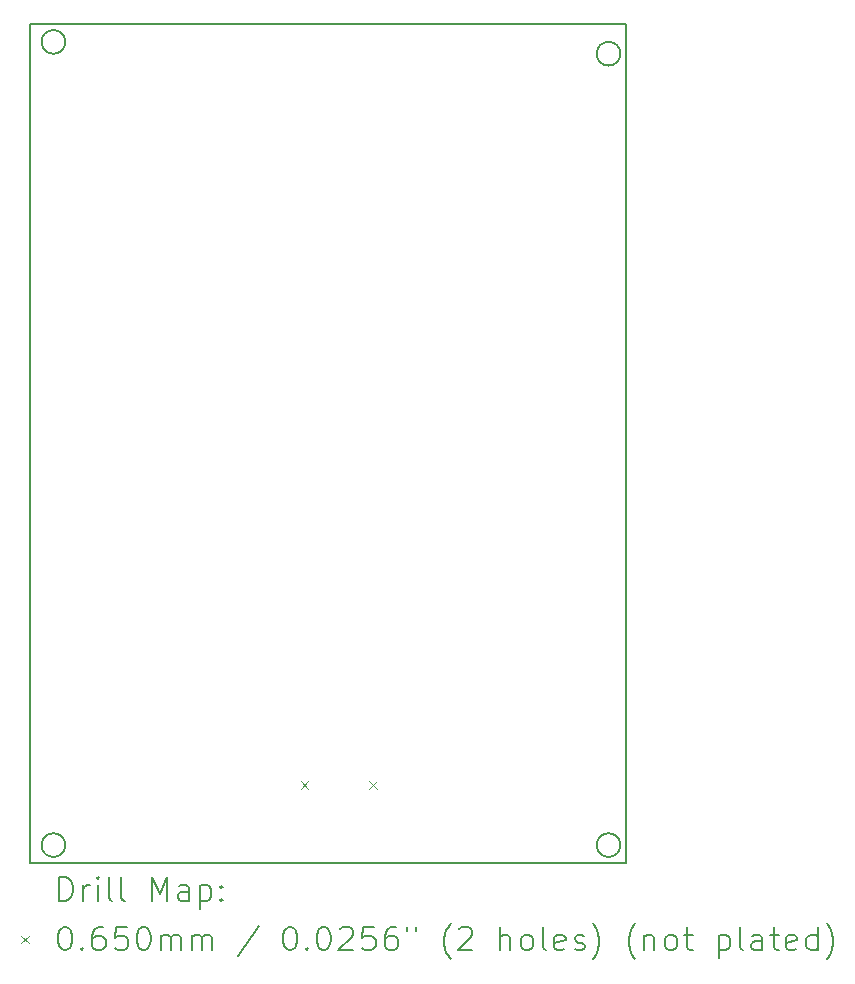
<source format=gbr>
%TF.GenerationSoftware,KiCad,Pcbnew,9.0.3*%
%TF.CreationDate,2025-12-18T02:01:30-05:00*%
%TF.ProjectId,Experimental,45787065-7269-46d6-956e-74616c2e6b69,rev?*%
%TF.SameCoordinates,Original*%
%TF.FileFunction,Drillmap*%
%TF.FilePolarity,Positive*%
%FSLAX45Y45*%
G04 Gerber Fmt 4.5, Leading zero omitted, Abs format (unit mm)*
G04 Created by KiCad (PCBNEW 9.0.3) date 2025-12-18 02:01:30*
%MOMM*%
%LPD*%
G01*
G04 APERTURE LIST*
%ADD10C,0.200000*%
%ADD11C,0.100000*%
G04 APERTURE END LIST*
D10*
X10000000Y-5000000D02*
X15050000Y-5000000D01*
X15050000Y-12100000D01*
X10000000Y-12100000D01*
X10000000Y-5000000D01*
X15000000Y-11950000D02*
G75*
G02*
X14800000Y-11950000I-100000J0D01*
G01*
X14800000Y-11950000D02*
G75*
G02*
X15000000Y-11950000I100000J0D01*
G01*
X10300000Y-11950000D02*
G75*
G02*
X10100000Y-11950000I-100000J0D01*
G01*
X10100000Y-11950000D02*
G75*
G02*
X10300000Y-11950000I100000J0D01*
G01*
X10300000Y-5150000D02*
G75*
G02*
X10100000Y-5150000I-100000J0D01*
G01*
X10100000Y-5150000D02*
G75*
G02*
X10300000Y-5150000I100000J0D01*
G01*
X15000000Y-5250000D02*
G75*
G02*
X14800000Y-5250000I-100000J0D01*
G01*
X14800000Y-5250000D02*
G75*
G02*
X15000000Y-5250000I100000J0D01*
G01*
D11*
X12292340Y-11407000D02*
X12357340Y-11472000D01*
X12357340Y-11407000D02*
X12292340Y-11472000D01*
X12870340Y-11407000D02*
X12935340Y-11472000D01*
X12935340Y-11407000D02*
X12870340Y-11472000D01*
D10*
X10250777Y-12421484D02*
X10250777Y-12221484D01*
X10250777Y-12221484D02*
X10298396Y-12221484D01*
X10298396Y-12221484D02*
X10326967Y-12231008D01*
X10326967Y-12231008D02*
X10346015Y-12250055D01*
X10346015Y-12250055D02*
X10355539Y-12269103D01*
X10355539Y-12269103D02*
X10365063Y-12307198D01*
X10365063Y-12307198D02*
X10365063Y-12335769D01*
X10365063Y-12335769D02*
X10355539Y-12373865D01*
X10355539Y-12373865D02*
X10346015Y-12392912D01*
X10346015Y-12392912D02*
X10326967Y-12411960D01*
X10326967Y-12411960D02*
X10298396Y-12421484D01*
X10298396Y-12421484D02*
X10250777Y-12421484D01*
X10450777Y-12421484D02*
X10450777Y-12288150D01*
X10450777Y-12326246D02*
X10460301Y-12307198D01*
X10460301Y-12307198D02*
X10469824Y-12297674D01*
X10469824Y-12297674D02*
X10488872Y-12288150D01*
X10488872Y-12288150D02*
X10507920Y-12288150D01*
X10574586Y-12421484D02*
X10574586Y-12288150D01*
X10574586Y-12221484D02*
X10565063Y-12231008D01*
X10565063Y-12231008D02*
X10574586Y-12240531D01*
X10574586Y-12240531D02*
X10584110Y-12231008D01*
X10584110Y-12231008D02*
X10574586Y-12221484D01*
X10574586Y-12221484D02*
X10574586Y-12240531D01*
X10698396Y-12421484D02*
X10679348Y-12411960D01*
X10679348Y-12411960D02*
X10669824Y-12392912D01*
X10669824Y-12392912D02*
X10669824Y-12221484D01*
X10803158Y-12421484D02*
X10784110Y-12411960D01*
X10784110Y-12411960D02*
X10774586Y-12392912D01*
X10774586Y-12392912D02*
X10774586Y-12221484D01*
X11031729Y-12421484D02*
X11031729Y-12221484D01*
X11031729Y-12221484D02*
X11098396Y-12364341D01*
X11098396Y-12364341D02*
X11165063Y-12221484D01*
X11165063Y-12221484D02*
X11165063Y-12421484D01*
X11346015Y-12421484D02*
X11346015Y-12316722D01*
X11346015Y-12316722D02*
X11336491Y-12297674D01*
X11336491Y-12297674D02*
X11317443Y-12288150D01*
X11317443Y-12288150D02*
X11279348Y-12288150D01*
X11279348Y-12288150D02*
X11260301Y-12297674D01*
X11346015Y-12411960D02*
X11326967Y-12421484D01*
X11326967Y-12421484D02*
X11279348Y-12421484D01*
X11279348Y-12421484D02*
X11260301Y-12411960D01*
X11260301Y-12411960D02*
X11250777Y-12392912D01*
X11250777Y-12392912D02*
X11250777Y-12373865D01*
X11250777Y-12373865D02*
X11260301Y-12354817D01*
X11260301Y-12354817D02*
X11279348Y-12345293D01*
X11279348Y-12345293D02*
X11326967Y-12345293D01*
X11326967Y-12345293D02*
X11346015Y-12335769D01*
X11441253Y-12288150D02*
X11441253Y-12488150D01*
X11441253Y-12297674D02*
X11460301Y-12288150D01*
X11460301Y-12288150D02*
X11498396Y-12288150D01*
X11498396Y-12288150D02*
X11517443Y-12297674D01*
X11517443Y-12297674D02*
X11526967Y-12307198D01*
X11526967Y-12307198D02*
X11536491Y-12326246D01*
X11536491Y-12326246D02*
X11536491Y-12383388D01*
X11536491Y-12383388D02*
X11526967Y-12402436D01*
X11526967Y-12402436D02*
X11517443Y-12411960D01*
X11517443Y-12411960D02*
X11498396Y-12421484D01*
X11498396Y-12421484D02*
X11460301Y-12421484D01*
X11460301Y-12421484D02*
X11441253Y-12411960D01*
X11622205Y-12402436D02*
X11631729Y-12411960D01*
X11631729Y-12411960D02*
X11622205Y-12421484D01*
X11622205Y-12421484D02*
X11612682Y-12411960D01*
X11612682Y-12411960D02*
X11622205Y-12402436D01*
X11622205Y-12402436D02*
X11622205Y-12421484D01*
X11622205Y-12297674D02*
X11631729Y-12307198D01*
X11631729Y-12307198D02*
X11622205Y-12316722D01*
X11622205Y-12316722D02*
X11612682Y-12307198D01*
X11612682Y-12307198D02*
X11622205Y-12297674D01*
X11622205Y-12297674D02*
X11622205Y-12316722D01*
D11*
X9925000Y-12717500D02*
X9990000Y-12782500D01*
X9990000Y-12717500D02*
X9925000Y-12782500D01*
D10*
X10288872Y-12641484D02*
X10307920Y-12641484D01*
X10307920Y-12641484D02*
X10326967Y-12651008D01*
X10326967Y-12651008D02*
X10336491Y-12660531D01*
X10336491Y-12660531D02*
X10346015Y-12679579D01*
X10346015Y-12679579D02*
X10355539Y-12717674D01*
X10355539Y-12717674D02*
X10355539Y-12765293D01*
X10355539Y-12765293D02*
X10346015Y-12803388D01*
X10346015Y-12803388D02*
X10336491Y-12822436D01*
X10336491Y-12822436D02*
X10326967Y-12831960D01*
X10326967Y-12831960D02*
X10307920Y-12841484D01*
X10307920Y-12841484D02*
X10288872Y-12841484D01*
X10288872Y-12841484D02*
X10269824Y-12831960D01*
X10269824Y-12831960D02*
X10260301Y-12822436D01*
X10260301Y-12822436D02*
X10250777Y-12803388D01*
X10250777Y-12803388D02*
X10241253Y-12765293D01*
X10241253Y-12765293D02*
X10241253Y-12717674D01*
X10241253Y-12717674D02*
X10250777Y-12679579D01*
X10250777Y-12679579D02*
X10260301Y-12660531D01*
X10260301Y-12660531D02*
X10269824Y-12651008D01*
X10269824Y-12651008D02*
X10288872Y-12641484D01*
X10441253Y-12822436D02*
X10450777Y-12831960D01*
X10450777Y-12831960D02*
X10441253Y-12841484D01*
X10441253Y-12841484D02*
X10431729Y-12831960D01*
X10431729Y-12831960D02*
X10441253Y-12822436D01*
X10441253Y-12822436D02*
X10441253Y-12841484D01*
X10622205Y-12641484D02*
X10584110Y-12641484D01*
X10584110Y-12641484D02*
X10565063Y-12651008D01*
X10565063Y-12651008D02*
X10555539Y-12660531D01*
X10555539Y-12660531D02*
X10536491Y-12689103D01*
X10536491Y-12689103D02*
X10526967Y-12727198D01*
X10526967Y-12727198D02*
X10526967Y-12803388D01*
X10526967Y-12803388D02*
X10536491Y-12822436D01*
X10536491Y-12822436D02*
X10546015Y-12831960D01*
X10546015Y-12831960D02*
X10565063Y-12841484D01*
X10565063Y-12841484D02*
X10603158Y-12841484D01*
X10603158Y-12841484D02*
X10622205Y-12831960D01*
X10622205Y-12831960D02*
X10631729Y-12822436D01*
X10631729Y-12822436D02*
X10641253Y-12803388D01*
X10641253Y-12803388D02*
X10641253Y-12755769D01*
X10641253Y-12755769D02*
X10631729Y-12736722D01*
X10631729Y-12736722D02*
X10622205Y-12727198D01*
X10622205Y-12727198D02*
X10603158Y-12717674D01*
X10603158Y-12717674D02*
X10565063Y-12717674D01*
X10565063Y-12717674D02*
X10546015Y-12727198D01*
X10546015Y-12727198D02*
X10536491Y-12736722D01*
X10536491Y-12736722D02*
X10526967Y-12755769D01*
X10822205Y-12641484D02*
X10726967Y-12641484D01*
X10726967Y-12641484D02*
X10717444Y-12736722D01*
X10717444Y-12736722D02*
X10726967Y-12727198D01*
X10726967Y-12727198D02*
X10746015Y-12717674D01*
X10746015Y-12717674D02*
X10793634Y-12717674D01*
X10793634Y-12717674D02*
X10812682Y-12727198D01*
X10812682Y-12727198D02*
X10822205Y-12736722D01*
X10822205Y-12736722D02*
X10831729Y-12755769D01*
X10831729Y-12755769D02*
X10831729Y-12803388D01*
X10831729Y-12803388D02*
X10822205Y-12822436D01*
X10822205Y-12822436D02*
X10812682Y-12831960D01*
X10812682Y-12831960D02*
X10793634Y-12841484D01*
X10793634Y-12841484D02*
X10746015Y-12841484D01*
X10746015Y-12841484D02*
X10726967Y-12831960D01*
X10726967Y-12831960D02*
X10717444Y-12822436D01*
X10955539Y-12641484D02*
X10974586Y-12641484D01*
X10974586Y-12641484D02*
X10993634Y-12651008D01*
X10993634Y-12651008D02*
X11003158Y-12660531D01*
X11003158Y-12660531D02*
X11012682Y-12679579D01*
X11012682Y-12679579D02*
X11022205Y-12717674D01*
X11022205Y-12717674D02*
X11022205Y-12765293D01*
X11022205Y-12765293D02*
X11012682Y-12803388D01*
X11012682Y-12803388D02*
X11003158Y-12822436D01*
X11003158Y-12822436D02*
X10993634Y-12831960D01*
X10993634Y-12831960D02*
X10974586Y-12841484D01*
X10974586Y-12841484D02*
X10955539Y-12841484D01*
X10955539Y-12841484D02*
X10936491Y-12831960D01*
X10936491Y-12831960D02*
X10926967Y-12822436D01*
X10926967Y-12822436D02*
X10917444Y-12803388D01*
X10917444Y-12803388D02*
X10907920Y-12765293D01*
X10907920Y-12765293D02*
X10907920Y-12717674D01*
X10907920Y-12717674D02*
X10917444Y-12679579D01*
X10917444Y-12679579D02*
X10926967Y-12660531D01*
X10926967Y-12660531D02*
X10936491Y-12651008D01*
X10936491Y-12651008D02*
X10955539Y-12641484D01*
X11107920Y-12841484D02*
X11107920Y-12708150D01*
X11107920Y-12727198D02*
X11117444Y-12717674D01*
X11117444Y-12717674D02*
X11136491Y-12708150D01*
X11136491Y-12708150D02*
X11165063Y-12708150D01*
X11165063Y-12708150D02*
X11184110Y-12717674D01*
X11184110Y-12717674D02*
X11193634Y-12736722D01*
X11193634Y-12736722D02*
X11193634Y-12841484D01*
X11193634Y-12736722D02*
X11203158Y-12717674D01*
X11203158Y-12717674D02*
X11222205Y-12708150D01*
X11222205Y-12708150D02*
X11250777Y-12708150D01*
X11250777Y-12708150D02*
X11269824Y-12717674D01*
X11269824Y-12717674D02*
X11279348Y-12736722D01*
X11279348Y-12736722D02*
X11279348Y-12841484D01*
X11374586Y-12841484D02*
X11374586Y-12708150D01*
X11374586Y-12727198D02*
X11384110Y-12717674D01*
X11384110Y-12717674D02*
X11403158Y-12708150D01*
X11403158Y-12708150D02*
X11431729Y-12708150D01*
X11431729Y-12708150D02*
X11450777Y-12717674D01*
X11450777Y-12717674D02*
X11460301Y-12736722D01*
X11460301Y-12736722D02*
X11460301Y-12841484D01*
X11460301Y-12736722D02*
X11469824Y-12717674D01*
X11469824Y-12717674D02*
X11488872Y-12708150D01*
X11488872Y-12708150D02*
X11517443Y-12708150D01*
X11517443Y-12708150D02*
X11536491Y-12717674D01*
X11536491Y-12717674D02*
X11546015Y-12736722D01*
X11546015Y-12736722D02*
X11546015Y-12841484D01*
X11936491Y-12631960D02*
X11765063Y-12889103D01*
X12193634Y-12641484D02*
X12212682Y-12641484D01*
X12212682Y-12641484D02*
X12231729Y-12651008D01*
X12231729Y-12651008D02*
X12241253Y-12660531D01*
X12241253Y-12660531D02*
X12250777Y-12679579D01*
X12250777Y-12679579D02*
X12260301Y-12717674D01*
X12260301Y-12717674D02*
X12260301Y-12765293D01*
X12260301Y-12765293D02*
X12250777Y-12803388D01*
X12250777Y-12803388D02*
X12241253Y-12822436D01*
X12241253Y-12822436D02*
X12231729Y-12831960D01*
X12231729Y-12831960D02*
X12212682Y-12841484D01*
X12212682Y-12841484D02*
X12193634Y-12841484D01*
X12193634Y-12841484D02*
X12174586Y-12831960D01*
X12174586Y-12831960D02*
X12165063Y-12822436D01*
X12165063Y-12822436D02*
X12155539Y-12803388D01*
X12155539Y-12803388D02*
X12146015Y-12765293D01*
X12146015Y-12765293D02*
X12146015Y-12717674D01*
X12146015Y-12717674D02*
X12155539Y-12679579D01*
X12155539Y-12679579D02*
X12165063Y-12660531D01*
X12165063Y-12660531D02*
X12174586Y-12651008D01*
X12174586Y-12651008D02*
X12193634Y-12641484D01*
X12346015Y-12822436D02*
X12355539Y-12831960D01*
X12355539Y-12831960D02*
X12346015Y-12841484D01*
X12346015Y-12841484D02*
X12336491Y-12831960D01*
X12336491Y-12831960D02*
X12346015Y-12822436D01*
X12346015Y-12822436D02*
X12346015Y-12841484D01*
X12479348Y-12641484D02*
X12498396Y-12641484D01*
X12498396Y-12641484D02*
X12517444Y-12651008D01*
X12517444Y-12651008D02*
X12526967Y-12660531D01*
X12526967Y-12660531D02*
X12536491Y-12679579D01*
X12536491Y-12679579D02*
X12546015Y-12717674D01*
X12546015Y-12717674D02*
X12546015Y-12765293D01*
X12546015Y-12765293D02*
X12536491Y-12803388D01*
X12536491Y-12803388D02*
X12526967Y-12822436D01*
X12526967Y-12822436D02*
X12517444Y-12831960D01*
X12517444Y-12831960D02*
X12498396Y-12841484D01*
X12498396Y-12841484D02*
X12479348Y-12841484D01*
X12479348Y-12841484D02*
X12460301Y-12831960D01*
X12460301Y-12831960D02*
X12450777Y-12822436D01*
X12450777Y-12822436D02*
X12441253Y-12803388D01*
X12441253Y-12803388D02*
X12431729Y-12765293D01*
X12431729Y-12765293D02*
X12431729Y-12717674D01*
X12431729Y-12717674D02*
X12441253Y-12679579D01*
X12441253Y-12679579D02*
X12450777Y-12660531D01*
X12450777Y-12660531D02*
X12460301Y-12651008D01*
X12460301Y-12651008D02*
X12479348Y-12641484D01*
X12622206Y-12660531D02*
X12631729Y-12651008D01*
X12631729Y-12651008D02*
X12650777Y-12641484D01*
X12650777Y-12641484D02*
X12698396Y-12641484D01*
X12698396Y-12641484D02*
X12717444Y-12651008D01*
X12717444Y-12651008D02*
X12726967Y-12660531D01*
X12726967Y-12660531D02*
X12736491Y-12679579D01*
X12736491Y-12679579D02*
X12736491Y-12698627D01*
X12736491Y-12698627D02*
X12726967Y-12727198D01*
X12726967Y-12727198D02*
X12612682Y-12841484D01*
X12612682Y-12841484D02*
X12736491Y-12841484D01*
X12917444Y-12641484D02*
X12822206Y-12641484D01*
X12822206Y-12641484D02*
X12812682Y-12736722D01*
X12812682Y-12736722D02*
X12822206Y-12727198D01*
X12822206Y-12727198D02*
X12841253Y-12717674D01*
X12841253Y-12717674D02*
X12888872Y-12717674D01*
X12888872Y-12717674D02*
X12907920Y-12727198D01*
X12907920Y-12727198D02*
X12917444Y-12736722D01*
X12917444Y-12736722D02*
X12926967Y-12755769D01*
X12926967Y-12755769D02*
X12926967Y-12803388D01*
X12926967Y-12803388D02*
X12917444Y-12822436D01*
X12917444Y-12822436D02*
X12907920Y-12831960D01*
X12907920Y-12831960D02*
X12888872Y-12841484D01*
X12888872Y-12841484D02*
X12841253Y-12841484D01*
X12841253Y-12841484D02*
X12822206Y-12831960D01*
X12822206Y-12831960D02*
X12812682Y-12822436D01*
X13098396Y-12641484D02*
X13060301Y-12641484D01*
X13060301Y-12641484D02*
X13041253Y-12651008D01*
X13041253Y-12651008D02*
X13031729Y-12660531D01*
X13031729Y-12660531D02*
X13012682Y-12689103D01*
X13012682Y-12689103D02*
X13003158Y-12727198D01*
X13003158Y-12727198D02*
X13003158Y-12803388D01*
X13003158Y-12803388D02*
X13012682Y-12822436D01*
X13012682Y-12822436D02*
X13022206Y-12831960D01*
X13022206Y-12831960D02*
X13041253Y-12841484D01*
X13041253Y-12841484D02*
X13079348Y-12841484D01*
X13079348Y-12841484D02*
X13098396Y-12831960D01*
X13098396Y-12831960D02*
X13107920Y-12822436D01*
X13107920Y-12822436D02*
X13117444Y-12803388D01*
X13117444Y-12803388D02*
X13117444Y-12755769D01*
X13117444Y-12755769D02*
X13107920Y-12736722D01*
X13107920Y-12736722D02*
X13098396Y-12727198D01*
X13098396Y-12727198D02*
X13079348Y-12717674D01*
X13079348Y-12717674D02*
X13041253Y-12717674D01*
X13041253Y-12717674D02*
X13022206Y-12727198D01*
X13022206Y-12727198D02*
X13012682Y-12736722D01*
X13012682Y-12736722D02*
X13003158Y-12755769D01*
X13193634Y-12641484D02*
X13193634Y-12679579D01*
X13269825Y-12641484D02*
X13269825Y-12679579D01*
X13565063Y-12917674D02*
X13555539Y-12908150D01*
X13555539Y-12908150D02*
X13536491Y-12879579D01*
X13536491Y-12879579D02*
X13526968Y-12860531D01*
X13526968Y-12860531D02*
X13517444Y-12831960D01*
X13517444Y-12831960D02*
X13507920Y-12784341D01*
X13507920Y-12784341D02*
X13507920Y-12746246D01*
X13507920Y-12746246D02*
X13517444Y-12698627D01*
X13517444Y-12698627D02*
X13526968Y-12670055D01*
X13526968Y-12670055D02*
X13536491Y-12651008D01*
X13536491Y-12651008D02*
X13555539Y-12622436D01*
X13555539Y-12622436D02*
X13565063Y-12612912D01*
X13631729Y-12660531D02*
X13641253Y-12651008D01*
X13641253Y-12651008D02*
X13660301Y-12641484D01*
X13660301Y-12641484D02*
X13707920Y-12641484D01*
X13707920Y-12641484D02*
X13726968Y-12651008D01*
X13726968Y-12651008D02*
X13736491Y-12660531D01*
X13736491Y-12660531D02*
X13746015Y-12679579D01*
X13746015Y-12679579D02*
X13746015Y-12698627D01*
X13746015Y-12698627D02*
X13736491Y-12727198D01*
X13736491Y-12727198D02*
X13622206Y-12841484D01*
X13622206Y-12841484D02*
X13746015Y-12841484D01*
X13984110Y-12841484D02*
X13984110Y-12641484D01*
X14069825Y-12841484D02*
X14069825Y-12736722D01*
X14069825Y-12736722D02*
X14060301Y-12717674D01*
X14060301Y-12717674D02*
X14041253Y-12708150D01*
X14041253Y-12708150D02*
X14012682Y-12708150D01*
X14012682Y-12708150D02*
X13993634Y-12717674D01*
X13993634Y-12717674D02*
X13984110Y-12727198D01*
X14193634Y-12841484D02*
X14174587Y-12831960D01*
X14174587Y-12831960D02*
X14165063Y-12822436D01*
X14165063Y-12822436D02*
X14155539Y-12803388D01*
X14155539Y-12803388D02*
X14155539Y-12746246D01*
X14155539Y-12746246D02*
X14165063Y-12727198D01*
X14165063Y-12727198D02*
X14174587Y-12717674D01*
X14174587Y-12717674D02*
X14193634Y-12708150D01*
X14193634Y-12708150D02*
X14222206Y-12708150D01*
X14222206Y-12708150D02*
X14241253Y-12717674D01*
X14241253Y-12717674D02*
X14250777Y-12727198D01*
X14250777Y-12727198D02*
X14260301Y-12746246D01*
X14260301Y-12746246D02*
X14260301Y-12803388D01*
X14260301Y-12803388D02*
X14250777Y-12822436D01*
X14250777Y-12822436D02*
X14241253Y-12831960D01*
X14241253Y-12831960D02*
X14222206Y-12841484D01*
X14222206Y-12841484D02*
X14193634Y-12841484D01*
X14374587Y-12841484D02*
X14355539Y-12831960D01*
X14355539Y-12831960D02*
X14346015Y-12812912D01*
X14346015Y-12812912D02*
X14346015Y-12641484D01*
X14526968Y-12831960D02*
X14507920Y-12841484D01*
X14507920Y-12841484D02*
X14469825Y-12841484D01*
X14469825Y-12841484D02*
X14450777Y-12831960D01*
X14450777Y-12831960D02*
X14441253Y-12812912D01*
X14441253Y-12812912D02*
X14441253Y-12736722D01*
X14441253Y-12736722D02*
X14450777Y-12717674D01*
X14450777Y-12717674D02*
X14469825Y-12708150D01*
X14469825Y-12708150D02*
X14507920Y-12708150D01*
X14507920Y-12708150D02*
X14526968Y-12717674D01*
X14526968Y-12717674D02*
X14536491Y-12736722D01*
X14536491Y-12736722D02*
X14536491Y-12755769D01*
X14536491Y-12755769D02*
X14441253Y-12774817D01*
X14612682Y-12831960D02*
X14631730Y-12841484D01*
X14631730Y-12841484D02*
X14669825Y-12841484D01*
X14669825Y-12841484D02*
X14688872Y-12831960D01*
X14688872Y-12831960D02*
X14698396Y-12812912D01*
X14698396Y-12812912D02*
X14698396Y-12803388D01*
X14698396Y-12803388D02*
X14688872Y-12784341D01*
X14688872Y-12784341D02*
X14669825Y-12774817D01*
X14669825Y-12774817D02*
X14641253Y-12774817D01*
X14641253Y-12774817D02*
X14622206Y-12765293D01*
X14622206Y-12765293D02*
X14612682Y-12746246D01*
X14612682Y-12746246D02*
X14612682Y-12736722D01*
X14612682Y-12736722D02*
X14622206Y-12717674D01*
X14622206Y-12717674D02*
X14641253Y-12708150D01*
X14641253Y-12708150D02*
X14669825Y-12708150D01*
X14669825Y-12708150D02*
X14688872Y-12717674D01*
X14765063Y-12917674D02*
X14774587Y-12908150D01*
X14774587Y-12908150D02*
X14793634Y-12879579D01*
X14793634Y-12879579D02*
X14803158Y-12860531D01*
X14803158Y-12860531D02*
X14812682Y-12831960D01*
X14812682Y-12831960D02*
X14822206Y-12784341D01*
X14822206Y-12784341D02*
X14822206Y-12746246D01*
X14822206Y-12746246D02*
X14812682Y-12698627D01*
X14812682Y-12698627D02*
X14803158Y-12670055D01*
X14803158Y-12670055D02*
X14793634Y-12651008D01*
X14793634Y-12651008D02*
X14774587Y-12622436D01*
X14774587Y-12622436D02*
X14765063Y-12612912D01*
X15126968Y-12917674D02*
X15117444Y-12908150D01*
X15117444Y-12908150D02*
X15098396Y-12879579D01*
X15098396Y-12879579D02*
X15088872Y-12860531D01*
X15088872Y-12860531D02*
X15079349Y-12831960D01*
X15079349Y-12831960D02*
X15069825Y-12784341D01*
X15069825Y-12784341D02*
X15069825Y-12746246D01*
X15069825Y-12746246D02*
X15079349Y-12698627D01*
X15079349Y-12698627D02*
X15088872Y-12670055D01*
X15088872Y-12670055D02*
X15098396Y-12651008D01*
X15098396Y-12651008D02*
X15117444Y-12622436D01*
X15117444Y-12622436D02*
X15126968Y-12612912D01*
X15203158Y-12708150D02*
X15203158Y-12841484D01*
X15203158Y-12727198D02*
X15212682Y-12717674D01*
X15212682Y-12717674D02*
X15231730Y-12708150D01*
X15231730Y-12708150D02*
X15260301Y-12708150D01*
X15260301Y-12708150D02*
X15279349Y-12717674D01*
X15279349Y-12717674D02*
X15288872Y-12736722D01*
X15288872Y-12736722D02*
X15288872Y-12841484D01*
X15412682Y-12841484D02*
X15393634Y-12831960D01*
X15393634Y-12831960D02*
X15384111Y-12822436D01*
X15384111Y-12822436D02*
X15374587Y-12803388D01*
X15374587Y-12803388D02*
X15374587Y-12746246D01*
X15374587Y-12746246D02*
X15384111Y-12727198D01*
X15384111Y-12727198D02*
X15393634Y-12717674D01*
X15393634Y-12717674D02*
X15412682Y-12708150D01*
X15412682Y-12708150D02*
X15441253Y-12708150D01*
X15441253Y-12708150D02*
X15460301Y-12717674D01*
X15460301Y-12717674D02*
X15469825Y-12727198D01*
X15469825Y-12727198D02*
X15479349Y-12746246D01*
X15479349Y-12746246D02*
X15479349Y-12803388D01*
X15479349Y-12803388D02*
X15469825Y-12822436D01*
X15469825Y-12822436D02*
X15460301Y-12831960D01*
X15460301Y-12831960D02*
X15441253Y-12841484D01*
X15441253Y-12841484D02*
X15412682Y-12841484D01*
X15536492Y-12708150D02*
X15612682Y-12708150D01*
X15565063Y-12641484D02*
X15565063Y-12812912D01*
X15565063Y-12812912D02*
X15574587Y-12831960D01*
X15574587Y-12831960D02*
X15593634Y-12841484D01*
X15593634Y-12841484D02*
X15612682Y-12841484D01*
X15831730Y-12708150D02*
X15831730Y-12908150D01*
X15831730Y-12717674D02*
X15850777Y-12708150D01*
X15850777Y-12708150D02*
X15888873Y-12708150D01*
X15888873Y-12708150D02*
X15907920Y-12717674D01*
X15907920Y-12717674D02*
X15917444Y-12727198D01*
X15917444Y-12727198D02*
X15926968Y-12746246D01*
X15926968Y-12746246D02*
X15926968Y-12803388D01*
X15926968Y-12803388D02*
X15917444Y-12822436D01*
X15917444Y-12822436D02*
X15907920Y-12831960D01*
X15907920Y-12831960D02*
X15888873Y-12841484D01*
X15888873Y-12841484D02*
X15850777Y-12841484D01*
X15850777Y-12841484D02*
X15831730Y-12831960D01*
X16041253Y-12841484D02*
X16022206Y-12831960D01*
X16022206Y-12831960D02*
X16012682Y-12812912D01*
X16012682Y-12812912D02*
X16012682Y-12641484D01*
X16203158Y-12841484D02*
X16203158Y-12736722D01*
X16203158Y-12736722D02*
X16193634Y-12717674D01*
X16193634Y-12717674D02*
X16174587Y-12708150D01*
X16174587Y-12708150D02*
X16136492Y-12708150D01*
X16136492Y-12708150D02*
X16117444Y-12717674D01*
X16203158Y-12831960D02*
X16184111Y-12841484D01*
X16184111Y-12841484D02*
X16136492Y-12841484D01*
X16136492Y-12841484D02*
X16117444Y-12831960D01*
X16117444Y-12831960D02*
X16107920Y-12812912D01*
X16107920Y-12812912D02*
X16107920Y-12793865D01*
X16107920Y-12793865D02*
X16117444Y-12774817D01*
X16117444Y-12774817D02*
X16136492Y-12765293D01*
X16136492Y-12765293D02*
X16184111Y-12765293D01*
X16184111Y-12765293D02*
X16203158Y-12755769D01*
X16269825Y-12708150D02*
X16346015Y-12708150D01*
X16298396Y-12641484D02*
X16298396Y-12812912D01*
X16298396Y-12812912D02*
X16307920Y-12831960D01*
X16307920Y-12831960D02*
X16326968Y-12841484D01*
X16326968Y-12841484D02*
X16346015Y-12841484D01*
X16488873Y-12831960D02*
X16469825Y-12841484D01*
X16469825Y-12841484D02*
X16431730Y-12841484D01*
X16431730Y-12841484D02*
X16412682Y-12831960D01*
X16412682Y-12831960D02*
X16403158Y-12812912D01*
X16403158Y-12812912D02*
X16403158Y-12736722D01*
X16403158Y-12736722D02*
X16412682Y-12717674D01*
X16412682Y-12717674D02*
X16431730Y-12708150D01*
X16431730Y-12708150D02*
X16469825Y-12708150D01*
X16469825Y-12708150D02*
X16488873Y-12717674D01*
X16488873Y-12717674D02*
X16498396Y-12736722D01*
X16498396Y-12736722D02*
X16498396Y-12755769D01*
X16498396Y-12755769D02*
X16403158Y-12774817D01*
X16669825Y-12841484D02*
X16669825Y-12641484D01*
X16669825Y-12831960D02*
X16650777Y-12841484D01*
X16650777Y-12841484D02*
X16612682Y-12841484D01*
X16612682Y-12841484D02*
X16593634Y-12831960D01*
X16593634Y-12831960D02*
X16584111Y-12822436D01*
X16584111Y-12822436D02*
X16574587Y-12803388D01*
X16574587Y-12803388D02*
X16574587Y-12746246D01*
X16574587Y-12746246D02*
X16584111Y-12727198D01*
X16584111Y-12727198D02*
X16593634Y-12717674D01*
X16593634Y-12717674D02*
X16612682Y-12708150D01*
X16612682Y-12708150D02*
X16650777Y-12708150D01*
X16650777Y-12708150D02*
X16669825Y-12717674D01*
X16746015Y-12917674D02*
X16755539Y-12908150D01*
X16755539Y-12908150D02*
X16774587Y-12879579D01*
X16774587Y-12879579D02*
X16784111Y-12860531D01*
X16784111Y-12860531D02*
X16793635Y-12831960D01*
X16793635Y-12831960D02*
X16803158Y-12784341D01*
X16803158Y-12784341D02*
X16803158Y-12746246D01*
X16803158Y-12746246D02*
X16793635Y-12698627D01*
X16793635Y-12698627D02*
X16784111Y-12670055D01*
X16784111Y-12670055D02*
X16774587Y-12651008D01*
X16774587Y-12651008D02*
X16755539Y-12622436D01*
X16755539Y-12622436D02*
X16746015Y-12612912D01*
M02*

</source>
